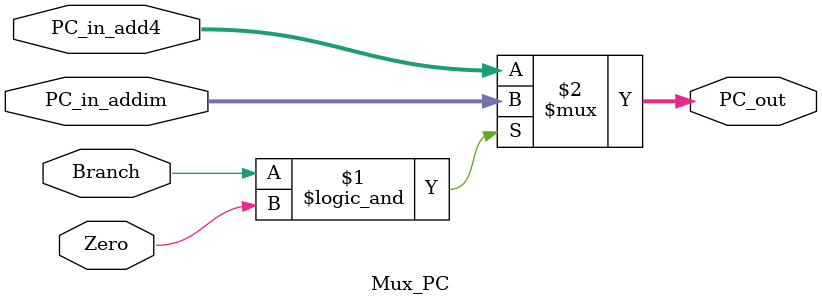
<source format=v>
module Mux_PC(PC_out, PC_in_add4, PC_in_addim, Branch, Zero);

	output [31:0]PC_out;
	input [31:0]PC_in_add4,PC_in_addim;
	input Branch, Zero;
	
	assign PC_out = (Branch && Zero) ? PC_in_addim : PC_in_add4;
	
endmodule 	



</source>
